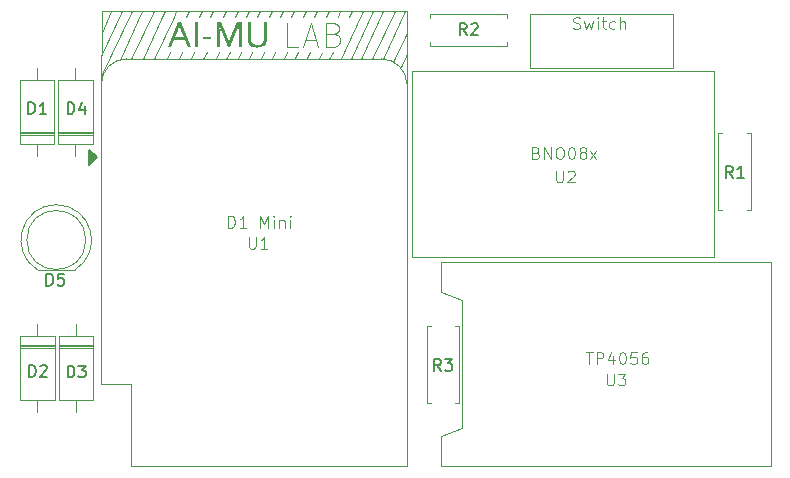
<source format=gbr>
%TF.GenerationSoftware,KiCad,Pcbnew,9.0.2*%
%TF.CreationDate,2025-07-07T21:27:42-04:00*%
%TF.ProjectId,CVISS_IMU_Tracker_Board,43564953-535f-4494-9d55-5f547261636b,rev?*%
%TF.SameCoordinates,Original*%
%TF.FileFunction,Legend,Top*%
%TF.FilePolarity,Positive*%
%FSLAX46Y46*%
G04 Gerber Fmt 4.6, Leading zero omitted, Abs format (unit mm)*
G04 Created by KiCad (PCBNEW 9.0.2) date 2025-07-07 21:27:42*
%MOMM*%
%LPD*%
G01*
G04 APERTURE LIST*
%ADD10C,0.100000*%
%ADD11C,0.375000*%
%ADD12C,0.150000*%
%ADD13C,0.120000*%
G04 APERTURE END LIST*
D10*
X135930000Y-88230000D02*
X136190000Y-87680000D01*
X151540000Y-88230000D02*
X153407050Y-84210000D01*
X136526208Y-84704999D02*
X136757630Y-84210001D01*
X140072500Y-88232500D02*
X140347618Y-87655000D01*
X150662500Y-88202500D02*
X150910000Y-87660000D01*
X131968277Y-88306777D02*
X133883605Y-84210000D01*
X146490000Y-84700000D02*
X146717073Y-84210000D01*
X130429803Y-84210000D02*
X130405000Y-91770000D01*
X148792500Y-88182500D02*
X149050000Y-87690000D01*
X130410000Y-89670000D02*
X132960000Y-84210000D01*
X141720000Y-84680000D02*
X141951347Y-84210000D01*
X134870000Y-88240000D02*
X136526208Y-84704999D01*
X154275383Y-88234632D02*
X156156981Y-84210000D01*
X144605558Y-84705000D02*
X144836981Y-84210000D01*
X152420000Y-88210000D02*
X154286998Y-84210000D01*
X137997548Y-88230000D02*
X138260000Y-87680000D01*
X143922500Y-88212500D02*
X144183143Y-87654999D01*
X139640000Y-84690000D02*
X139881171Y-84210000D01*
X149712500Y-88232500D02*
X149982493Y-87655000D01*
X148425558Y-84705000D02*
X148656981Y-84210000D01*
X147802500Y-88182500D02*
X148040000Y-87660000D01*
X155140000Y-88470000D02*
X156267500Y-86057500D01*
X145872500Y-88202500D02*
X146130000Y-87660000D01*
X138670000Y-84700000D02*
X138888545Y-84209999D01*
X140696857Y-84705000D02*
X140928280Y-84210000D01*
X147520000Y-84690000D02*
X147746866Y-84210000D01*
X130430000Y-84210000D02*
X156270000Y-84210000D01*
X142650000Y-84680000D02*
X142896190Y-84210000D01*
X146792500Y-88182500D02*
X147040000Y-87660000D01*
X156270000Y-90410000D02*
X156270000Y-84220000D01*
X153357548Y-88230000D02*
X155236981Y-84210000D01*
X145565558Y-84705000D02*
X145796981Y-84210000D01*
X137000000Y-88220000D02*
X137257719Y-87655000D01*
X150405558Y-84705000D02*
X150636981Y-84210000D01*
X130415000Y-87955000D02*
X132115486Y-84210000D01*
X137572330Y-84705000D02*
X137803032Y-84210000D01*
X139052500Y-88222500D02*
X139310000Y-87660000D01*
X130427500Y-86042500D02*
X131260673Y-84210001D01*
X150910000Y-87668631D02*
X152526981Y-84210000D01*
X142932500Y-88232500D02*
X143202493Y-87655000D01*
X155740000Y-88940000D02*
X156257500Y-87827500D01*
X132945024Y-88230000D02*
X134824457Y-84210000D01*
X135536208Y-84704999D02*
X135767630Y-84210000D01*
X151360000Y-84690000D02*
X151586866Y-84209999D01*
X144852500Y-88212500D02*
X145113143Y-87654999D01*
X141942500Y-88232500D02*
X142200000Y-87680000D01*
X149420000Y-84700000D02*
X149656634Y-84210000D01*
X143595558Y-84705000D02*
X143826981Y-84210000D01*
X133912500Y-88202500D02*
X135536208Y-84704999D01*
X141002500Y-88232500D02*
X141272493Y-87655000D01*
D11*
G36*
X137980816Y-87234000D02*
G01*
X137702745Y-87234000D01*
X137461189Y-86604830D01*
X136569117Y-86604830D01*
X136327561Y-87234000D01*
X136052720Y-87234000D01*
X136401471Y-86371138D01*
X136658717Y-86371138D01*
X137371589Y-86371138D01*
X137285359Y-86171714D01*
X137019647Y-85454348D01*
X137010659Y-85454348D01*
X136867917Y-85838843D01*
X136736661Y-86168203D01*
X136658717Y-86371138D01*
X136401471Y-86371138D01*
X136902801Y-85130775D01*
X137127505Y-85130775D01*
X137980816Y-87234000D01*
G37*
G36*
X138309445Y-87234000D02*
G01*
X138309445Y-85130775D01*
X138565607Y-85130775D01*
X138565607Y-87234000D01*
X138309445Y-87234000D01*
G37*
G36*
X139017120Y-86344174D02*
G01*
X139709909Y-86344174D01*
X139709909Y-86568877D01*
X139017120Y-86568877D01*
X139017120Y-86344174D01*
G37*
G36*
X141280445Y-87234000D02*
G01*
X141162757Y-87234000D01*
X140634142Y-85978048D01*
X140414494Y-85413761D01*
X140401995Y-85413761D01*
X140418679Y-85843211D01*
X140423904Y-86216936D01*
X140423904Y-87234000D01*
X140167742Y-87234000D01*
X140167742Y-85130775D01*
X140536536Y-85130775D01*
X141030884Y-86320721D01*
X141217669Y-86812681D01*
X141225533Y-86812681D01*
X141412318Y-86320721D01*
X141906666Y-85130775D01*
X142275460Y-85130775D01*
X142275460Y-87234000D01*
X142019298Y-87234000D01*
X142019298Y-86216936D01*
X142024507Y-85848993D01*
X142041347Y-85413761D01*
X142028708Y-85413761D01*
X141809060Y-85978048D01*
X141280445Y-87234000D01*
G37*
G36*
X143623681Y-87045249D02*
G01*
X143734713Y-87038206D01*
X143827178Y-87018565D01*
X143911402Y-86985717D01*
X143981802Y-86943149D01*
X144042357Y-86889437D01*
X144091766Y-86826022D01*
X144130485Y-86754473D01*
X144159458Y-86674348D01*
X144181366Y-86558766D01*
X144187686Y-86435319D01*
X144187686Y-85130775D01*
X144443848Y-85130775D01*
X144443848Y-86427174D01*
X144435983Y-86580955D01*
X144410845Y-86730102D01*
X144373284Y-86842416D01*
X144321244Y-86945115D01*
X144252864Y-87036912D01*
X144165637Y-87116171D01*
X144062471Y-87179408D01*
X143935457Y-87229225D01*
X143794771Y-87259090D01*
X143620591Y-87269952D01*
X143453559Y-87259942D01*
X143317241Y-87232314D01*
X143193783Y-87186318D01*
X143093381Y-87127968D01*
X143007867Y-87054516D01*
X142940161Y-86969411D01*
X142887328Y-86873851D01*
X142847471Y-86769285D01*
X142813625Y-86601319D01*
X142803513Y-86427174D01*
X142803513Y-85130775D01*
X143059675Y-85130775D01*
X143059675Y-86435319D01*
X143069787Y-86580815D01*
X143102088Y-86716760D01*
X143147447Y-86812119D01*
X143208128Y-86891599D01*
X143285081Y-86957193D01*
X143374599Y-87004184D01*
X143485721Y-87034344D01*
X143623681Y-87045249D01*
G37*
D10*
X141153884Y-102522419D02*
X141153884Y-101522419D01*
X141153884Y-101522419D02*
X141391979Y-101522419D01*
X141391979Y-101522419D02*
X141534836Y-101570038D01*
X141534836Y-101570038D02*
X141630074Y-101665276D01*
X141630074Y-101665276D02*
X141677693Y-101760514D01*
X141677693Y-101760514D02*
X141725312Y-101950990D01*
X141725312Y-101950990D02*
X141725312Y-102093847D01*
X141725312Y-102093847D02*
X141677693Y-102284323D01*
X141677693Y-102284323D02*
X141630074Y-102379561D01*
X141630074Y-102379561D02*
X141534836Y-102474800D01*
X141534836Y-102474800D02*
X141391979Y-102522419D01*
X141391979Y-102522419D02*
X141153884Y-102522419D01*
X142677693Y-102522419D02*
X142106265Y-102522419D01*
X142391979Y-102522419D02*
X142391979Y-101522419D01*
X142391979Y-101522419D02*
X142296741Y-101665276D01*
X142296741Y-101665276D02*
X142201503Y-101760514D01*
X142201503Y-101760514D02*
X142106265Y-101808133D01*
X143868170Y-102522419D02*
X143868170Y-101522419D01*
X143868170Y-101522419D02*
X144201503Y-102236704D01*
X144201503Y-102236704D02*
X144534836Y-101522419D01*
X144534836Y-101522419D02*
X144534836Y-102522419D01*
X145011027Y-102522419D02*
X145011027Y-101855752D01*
X145011027Y-101522419D02*
X144963408Y-101570038D01*
X144963408Y-101570038D02*
X145011027Y-101617657D01*
X145011027Y-101617657D02*
X145058646Y-101570038D01*
X145058646Y-101570038D02*
X145011027Y-101522419D01*
X145011027Y-101522419D02*
X145011027Y-101617657D01*
X145487217Y-101855752D02*
X145487217Y-102522419D01*
X145487217Y-101950990D02*
X145534836Y-101903371D01*
X145534836Y-101903371D02*
X145630074Y-101855752D01*
X145630074Y-101855752D02*
X145772931Y-101855752D01*
X145772931Y-101855752D02*
X145868169Y-101903371D01*
X145868169Y-101903371D02*
X145915788Y-101998609D01*
X145915788Y-101998609D02*
X145915788Y-102522419D01*
X146391979Y-102522419D02*
X146391979Y-101855752D01*
X146391979Y-101522419D02*
X146344360Y-101570038D01*
X146344360Y-101570038D02*
X146391979Y-101617657D01*
X146391979Y-101617657D02*
X146439598Y-101570038D01*
X146439598Y-101570038D02*
X146391979Y-101522419D01*
X146391979Y-101522419D02*
X146391979Y-101617657D01*
X142898095Y-103287419D02*
X142898095Y-104096942D01*
X142898095Y-104096942D02*
X142945714Y-104192180D01*
X142945714Y-104192180D02*
X142993333Y-104239800D01*
X142993333Y-104239800D02*
X143088571Y-104287419D01*
X143088571Y-104287419D02*
X143279047Y-104287419D01*
X143279047Y-104287419D02*
X143374285Y-104239800D01*
X143374285Y-104239800D02*
X143421904Y-104192180D01*
X143421904Y-104192180D02*
X143469523Y-104096942D01*
X143469523Y-104096942D02*
X143469523Y-103287419D01*
X144469523Y-104287419D02*
X143898095Y-104287419D01*
X144183809Y-104287419D02*
X144183809Y-103287419D01*
X144183809Y-103287419D02*
X144088571Y-103430276D01*
X144088571Y-103430276D02*
X143993333Y-103525514D01*
X143993333Y-103525514D02*
X143898095Y-103573133D01*
X147069360Y-87185038D02*
X146116979Y-87185038D01*
X146116979Y-87185038D02*
X146116979Y-85185038D01*
X147640789Y-86613609D02*
X148593170Y-86613609D01*
X147450313Y-87185038D02*
X148116979Y-85185038D01*
X148116979Y-85185038D02*
X148783646Y-87185038D01*
X150116980Y-86137419D02*
X150402694Y-86232657D01*
X150402694Y-86232657D02*
X150497932Y-86327895D01*
X150497932Y-86327895D02*
X150593170Y-86518371D01*
X150593170Y-86518371D02*
X150593170Y-86804085D01*
X150593170Y-86804085D02*
X150497932Y-86994561D01*
X150497932Y-86994561D02*
X150402694Y-87089800D01*
X150402694Y-87089800D02*
X150212218Y-87185038D01*
X150212218Y-87185038D02*
X149450313Y-87185038D01*
X149450313Y-87185038D02*
X149450313Y-85185038D01*
X149450313Y-85185038D02*
X150116980Y-85185038D01*
X150116980Y-85185038D02*
X150307456Y-85280276D01*
X150307456Y-85280276D02*
X150402694Y-85375514D01*
X150402694Y-85375514D02*
X150497932Y-85565990D01*
X150497932Y-85565990D02*
X150497932Y-85756466D01*
X150497932Y-85756466D02*
X150402694Y-85946942D01*
X150402694Y-85946942D02*
X150307456Y-86042180D01*
X150307456Y-86042180D02*
X150116980Y-86137419D01*
X150116980Y-86137419D02*
X149450313Y-86137419D01*
D12*
X127541905Y-115204819D02*
X127541905Y-114204819D01*
X127541905Y-114204819D02*
X127780000Y-114204819D01*
X127780000Y-114204819D02*
X127922857Y-114252438D01*
X127922857Y-114252438D02*
X128018095Y-114347676D01*
X128018095Y-114347676D02*
X128065714Y-114442914D01*
X128065714Y-114442914D02*
X128113333Y-114633390D01*
X128113333Y-114633390D02*
X128113333Y-114776247D01*
X128113333Y-114776247D02*
X128065714Y-114966723D01*
X128065714Y-114966723D02*
X128018095Y-115061961D01*
X128018095Y-115061961D02*
X127922857Y-115157200D01*
X127922857Y-115157200D02*
X127780000Y-115204819D01*
X127780000Y-115204819D02*
X127541905Y-115204819D01*
X128446667Y-114204819D02*
X129065714Y-114204819D01*
X129065714Y-114204819D02*
X128732381Y-114585771D01*
X128732381Y-114585771D02*
X128875238Y-114585771D01*
X128875238Y-114585771D02*
X128970476Y-114633390D01*
X128970476Y-114633390D02*
X129018095Y-114681009D01*
X129018095Y-114681009D02*
X129065714Y-114776247D01*
X129065714Y-114776247D02*
X129065714Y-115014342D01*
X129065714Y-115014342D02*
X129018095Y-115109580D01*
X129018095Y-115109580D02*
X128970476Y-115157200D01*
X128970476Y-115157200D02*
X128875238Y-115204819D01*
X128875238Y-115204819D02*
X128589524Y-115204819D01*
X128589524Y-115204819D02*
X128494286Y-115157200D01*
X128494286Y-115157200D02*
X128446667Y-115109580D01*
X161333333Y-86214819D02*
X161000000Y-85738628D01*
X160761905Y-86214819D02*
X160761905Y-85214819D01*
X160761905Y-85214819D02*
X161142857Y-85214819D01*
X161142857Y-85214819D02*
X161238095Y-85262438D01*
X161238095Y-85262438D02*
X161285714Y-85310057D01*
X161285714Y-85310057D02*
X161333333Y-85405295D01*
X161333333Y-85405295D02*
X161333333Y-85548152D01*
X161333333Y-85548152D02*
X161285714Y-85643390D01*
X161285714Y-85643390D02*
X161238095Y-85691009D01*
X161238095Y-85691009D02*
X161142857Y-85738628D01*
X161142857Y-85738628D02*
X160761905Y-85738628D01*
X161714286Y-85310057D02*
X161761905Y-85262438D01*
X161761905Y-85262438D02*
X161857143Y-85214819D01*
X161857143Y-85214819D02*
X162095238Y-85214819D01*
X162095238Y-85214819D02*
X162190476Y-85262438D01*
X162190476Y-85262438D02*
X162238095Y-85310057D01*
X162238095Y-85310057D02*
X162285714Y-85405295D01*
X162285714Y-85405295D02*
X162285714Y-85500533D01*
X162285714Y-85500533D02*
X162238095Y-85643390D01*
X162238095Y-85643390D02*
X161666667Y-86214819D01*
X161666667Y-86214819D02*
X162285714Y-86214819D01*
D10*
X173213095Y-114882419D02*
X173213095Y-115691942D01*
X173213095Y-115691942D02*
X173260714Y-115787180D01*
X173260714Y-115787180D02*
X173308333Y-115834800D01*
X173308333Y-115834800D02*
X173403571Y-115882419D01*
X173403571Y-115882419D02*
X173594047Y-115882419D01*
X173594047Y-115882419D02*
X173689285Y-115834800D01*
X173689285Y-115834800D02*
X173736904Y-115787180D01*
X173736904Y-115787180D02*
X173784523Y-115691942D01*
X173784523Y-115691942D02*
X173784523Y-114882419D01*
X174165476Y-114882419D02*
X174784523Y-114882419D01*
X174784523Y-114882419D02*
X174451190Y-115263371D01*
X174451190Y-115263371D02*
X174594047Y-115263371D01*
X174594047Y-115263371D02*
X174689285Y-115310990D01*
X174689285Y-115310990D02*
X174736904Y-115358609D01*
X174736904Y-115358609D02*
X174784523Y-115453847D01*
X174784523Y-115453847D02*
X174784523Y-115691942D01*
X174784523Y-115691942D02*
X174736904Y-115787180D01*
X174736904Y-115787180D02*
X174689285Y-115834800D01*
X174689285Y-115834800D02*
X174594047Y-115882419D01*
X174594047Y-115882419D02*
X174308333Y-115882419D01*
X174308333Y-115882419D02*
X174213095Y-115834800D01*
X174213095Y-115834800D02*
X174165476Y-115787180D01*
X171431027Y-113062419D02*
X172002455Y-113062419D01*
X171716741Y-114062419D02*
X171716741Y-113062419D01*
X172335789Y-114062419D02*
X172335789Y-113062419D01*
X172335789Y-113062419D02*
X172716741Y-113062419D01*
X172716741Y-113062419D02*
X172811979Y-113110038D01*
X172811979Y-113110038D02*
X172859598Y-113157657D01*
X172859598Y-113157657D02*
X172907217Y-113252895D01*
X172907217Y-113252895D02*
X172907217Y-113395752D01*
X172907217Y-113395752D02*
X172859598Y-113490990D01*
X172859598Y-113490990D02*
X172811979Y-113538609D01*
X172811979Y-113538609D02*
X172716741Y-113586228D01*
X172716741Y-113586228D02*
X172335789Y-113586228D01*
X173764360Y-113395752D02*
X173764360Y-114062419D01*
X173526265Y-113014800D02*
X173288170Y-113729085D01*
X173288170Y-113729085D02*
X173907217Y-113729085D01*
X174478646Y-113062419D02*
X174573884Y-113062419D01*
X174573884Y-113062419D02*
X174669122Y-113110038D01*
X174669122Y-113110038D02*
X174716741Y-113157657D01*
X174716741Y-113157657D02*
X174764360Y-113252895D01*
X174764360Y-113252895D02*
X174811979Y-113443371D01*
X174811979Y-113443371D02*
X174811979Y-113681466D01*
X174811979Y-113681466D02*
X174764360Y-113871942D01*
X174764360Y-113871942D02*
X174716741Y-113967180D01*
X174716741Y-113967180D02*
X174669122Y-114014800D01*
X174669122Y-114014800D02*
X174573884Y-114062419D01*
X174573884Y-114062419D02*
X174478646Y-114062419D01*
X174478646Y-114062419D02*
X174383408Y-114014800D01*
X174383408Y-114014800D02*
X174335789Y-113967180D01*
X174335789Y-113967180D02*
X174288170Y-113871942D01*
X174288170Y-113871942D02*
X174240551Y-113681466D01*
X174240551Y-113681466D02*
X174240551Y-113443371D01*
X174240551Y-113443371D02*
X174288170Y-113252895D01*
X174288170Y-113252895D02*
X174335789Y-113157657D01*
X174335789Y-113157657D02*
X174383408Y-113110038D01*
X174383408Y-113110038D02*
X174478646Y-113062419D01*
X175716741Y-113062419D02*
X175240551Y-113062419D01*
X175240551Y-113062419D02*
X175192932Y-113538609D01*
X175192932Y-113538609D02*
X175240551Y-113490990D01*
X175240551Y-113490990D02*
X175335789Y-113443371D01*
X175335789Y-113443371D02*
X175573884Y-113443371D01*
X175573884Y-113443371D02*
X175669122Y-113490990D01*
X175669122Y-113490990D02*
X175716741Y-113538609D01*
X175716741Y-113538609D02*
X175764360Y-113633847D01*
X175764360Y-113633847D02*
X175764360Y-113871942D01*
X175764360Y-113871942D02*
X175716741Y-113967180D01*
X175716741Y-113967180D02*
X175669122Y-114014800D01*
X175669122Y-114014800D02*
X175573884Y-114062419D01*
X175573884Y-114062419D02*
X175335789Y-114062419D01*
X175335789Y-114062419D02*
X175240551Y-114014800D01*
X175240551Y-114014800D02*
X175192932Y-113967180D01*
X176621503Y-113062419D02*
X176431027Y-113062419D01*
X176431027Y-113062419D02*
X176335789Y-113110038D01*
X176335789Y-113110038D02*
X176288170Y-113157657D01*
X176288170Y-113157657D02*
X176192932Y-113300514D01*
X176192932Y-113300514D02*
X176145313Y-113490990D01*
X176145313Y-113490990D02*
X176145313Y-113871942D01*
X176145313Y-113871942D02*
X176192932Y-113967180D01*
X176192932Y-113967180D02*
X176240551Y-114014800D01*
X176240551Y-114014800D02*
X176335789Y-114062419D01*
X176335789Y-114062419D02*
X176526265Y-114062419D01*
X176526265Y-114062419D02*
X176621503Y-114014800D01*
X176621503Y-114014800D02*
X176669122Y-113967180D01*
X176669122Y-113967180D02*
X176716741Y-113871942D01*
X176716741Y-113871942D02*
X176716741Y-113633847D01*
X176716741Y-113633847D02*
X176669122Y-113538609D01*
X176669122Y-113538609D02*
X176621503Y-113490990D01*
X176621503Y-113490990D02*
X176526265Y-113443371D01*
X176526265Y-113443371D02*
X176335789Y-113443371D01*
X176335789Y-113443371D02*
X176240551Y-113490990D01*
X176240551Y-113490990D02*
X176192932Y-113538609D01*
X176192932Y-113538609D02*
X176145313Y-113633847D01*
X168908095Y-97687419D02*
X168908095Y-98496942D01*
X168908095Y-98496942D02*
X168955714Y-98592180D01*
X168955714Y-98592180D02*
X169003333Y-98639800D01*
X169003333Y-98639800D02*
X169098571Y-98687419D01*
X169098571Y-98687419D02*
X169289047Y-98687419D01*
X169289047Y-98687419D02*
X169384285Y-98639800D01*
X169384285Y-98639800D02*
X169431904Y-98592180D01*
X169431904Y-98592180D02*
X169479523Y-98496942D01*
X169479523Y-98496942D02*
X169479523Y-97687419D01*
X169908095Y-97782657D02*
X169955714Y-97735038D01*
X169955714Y-97735038D02*
X170050952Y-97687419D01*
X170050952Y-97687419D02*
X170289047Y-97687419D01*
X170289047Y-97687419D02*
X170384285Y-97735038D01*
X170384285Y-97735038D02*
X170431904Y-97782657D01*
X170431904Y-97782657D02*
X170479523Y-97877895D01*
X170479523Y-97877895D02*
X170479523Y-97973133D01*
X170479523Y-97973133D02*
X170431904Y-98115990D01*
X170431904Y-98115990D02*
X169860476Y-98687419D01*
X169860476Y-98687419D02*
X170479523Y-98687419D01*
X167227217Y-96168609D02*
X167370074Y-96216228D01*
X167370074Y-96216228D02*
X167417693Y-96263847D01*
X167417693Y-96263847D02*
X167465312Y-96359085D01*
X167465312Y-96359085D02*
X167465312Y-96501942D01*
X167465312Y-96501942D02*
X167417693Y-96597180D01*
X167417693Y-96597180D02*
X167370074Y-96644800D01*
X167370074Y-96644800D02*
X167274836Y-96692419D01*
X167274836Y-96692419D02*
X166893884Y-96692419D01*
X166893884Y-96692419D02*
X166893884Y-95692419D01*
X166893884Y-95692419D02*
X167227217Y-95692419D01*
X167227217Y-95692419D02*
X167322455Y-95740038D01*
X167322455Y-95740038D02*
X167370074Y-95787657D01*
X167370074Y-95787657D02*
X167417693Y-95882895D01*
X167417693Y-95882895D02*
X167417693Y-95978133D01*
X167417693Y-95978133D02*
X167370074Y-96073371D01*
X167370074Y-96073371D02*
X167322455Y-96120990D01*
X167322455Y-96120990D02*
X167227217Y-96168609D01*
X167227217Y-96168609D02*
X166893884Y-96168609D01*
X167893884Y-96692419D02*
X167893884Y-95692419D01*
X167893884Y-95692419D02*
X168465312Y-96692419D01*
X168465312Y-96692419D02*
X168465312Y-95692419D01*
X169131979Y-95692419D02*
X169322455Y-95692419D01*
X169322455Y-95692419D02*
X169417693Y-95740038D01*
X169417693Y-95740038D02*
X169512931Y-95835276D01*
X169512931Y-95835276D02*
X169560550Y-96025752D01*
X169560550Y-96025752D02*
X169560550Y-96359085D01*
X169560550Y-96359085D02*
X169512931Y-96549561D01*
X169512931Y-96549561D02*
X169417693Y-96644800D01*
X169417693Y-96644800D02*
X169322455Y-96692419D01*
X169322455Y-96692419D02*
X169131979Y-96692419D01*
X169131979Y-96692419D02*
X169036741Y-96644800D01*
X169036741Y-96644800D02*
X168941503Y-96549561D01*
X168941503Y-96549561D02*
X168893884Y-96359085D01*
X168893884Y-96359085D02*
X168893884Y-96025752D01*
X168893884Y-96025752D02*
X168941503Y-95835276D01*
X168941503Y-95835276D02*
X169036741Y-95740038D01*
X169036741Y-95740038D02*
X169131979Y-95692419D01*
X170179598Y-95692419D02*
X170274836Y-95692419D01*
X170274836Y-95692419D02*
X170370074Y-95740038D01*
X170370074Y-95740038D02*
X170417693Y-95787657D01*
X170417693Y-95787657D02*
X170465312Y-95882895D01*
X170465312Y-95882895D02*
X170512931Y-96073371D01*
X170512931Y-96073371D02*
X170512931Y-96311466D01*
X170512931Y-96311466D02*
X170465312Y-96501942D01*
X170465312Y-96501942D02*
X170417693Y-96597180D01*
X170417693Y-96597180D02*
X170370074Y-96644800D01*
X170370074Y-96644800D02*
X170274836Y-96692419D01*
X170274836Y-96692419D02*
X170179598Y-96692419D01*
X170179598Y-96692419D02*
X170084360Y-96644800D01*
X170084360Y-96644800D02*
X170036741Y-96597180D01*
X170036741Y-96597180D02*
X169989122Y-96501942D01*
X169989122Y-96501942D02*
X169941503Y-96311466D01*
X169941503Y-96311466D02*
X169941503Y-96073371D01*
X169941503Y-96073371D02*
X169989122Y-95882895D01*
X169989122Y-95882895D02*
X170036741Y-95787657D01*
X170036741Y-95787657D02*
X170084360Y-95740038D01*
X170084360Y-95740038D02*
X170179598Y-95692419D01*
X171084360Y-96120990D02*
X170989122Y-96073371D01*
X170989122Y-96073371D02*
X170941503Y-96025752D01*
X170941503Y-96025752D02*
X170893884Y-95930514D01*
X170893884Y-95930514D02*
X170893884Y-95882895D01*
X170893884Y-95882895D02*
X170941503Y-95787657D01*
X170941503Y-95787657D02*
X170989122Y-95740038D01*
X170989122Y-95740038D02*
X171084360Y-95692419D01*
X171084360Y-95692419D02*
X171274836Y-95692419D01*
X171274836Y-95692419D02*
X171370074Y-95740038D01*
X171370074Y-95740038D02*
X171417693Y-95787657D01*
X171417693Y-95787657D02*
X171465312Y-95882895D01*
X171465312Y-95882895D02*
X171465312Y-95930514D01*
X171465312Y-95930514D02*
X171417693Y-96025752D01*
X171417693Y-96025752D02*
X171370074Y-96073371D01*
X171370074Y-96073371D02*
X171274836Y-96120990D01*
X171274836Y-96120990D02*
X171084360Y-96120990D01*
X171084360Y-96120990D02*
X170989122Y-96168609D01*
X170989122Y-96168609D02*
X170941503Y-96216228D01*
X170941503Y-96216228D02*
X170893884Y-96311466D01*
X170893884Y-96311466D02*
X170893884Y-96501942D01*
X170893884Y-96501942D02*
X170941503Y-96597180D01*
X170941503Y-96597180D02*
X170989122Y-96644800D01*
X170989122Y-96644800D02*
X171084360Y-96692419D01*
X171084360Y-96692419D02*
X171274836Y-96692419D01*
X171274836Y-96692419D02*
X171370074Y-96644800D01*
X171370074Y-96644800D02*
X171417693Y-96597180D01*
X171417693Y-96597180D02*
X171465312Y-96501942D01*
X171465312Y-96501942D02*
X171465312Y-96311466D01*
X171465312Y-96311466D02*
X171417693Y-96216228D01*
X171417693Y-96216228D02*
X171370074Y-96168609D01*
X171370074Y-96168609D02*
X171274836Y-96120990D01*
X171798646Y-96692419D02*
X172322455Y-96025752D01*
X171798646Y-96025752D02*
X172322455Y-96692419D01*
D12*
X125751905Y-107424819D02*
X125751905Y-106424819D01*
X125751905Y-106424819D02*
X125990000Y-106424819D01*
X125990000Y-106424819D02*
X126132857Y-106472438D01*
X126132857Y-106472438D02*
X126228095Y-106567676D01*
X126228095Y-106567676D02*
X126275714Y-106662914D01*
X126275714Y-106662914D02*
X126323333Y-106853390D01*
X126323333Y-106853390D02*
X126323333Y-106996247D01*
X126323333Y-106996247D02*
X126275714Y-107186723D01*
X126275714Y-107186723D02*
X126228095Y-107281961D01*
X126228095Y-107281961D02*
X126132857Y-107377200D01*
X126132857Y-107377200D02*
X125990000Y-107424819D01*
X125990000Y-107424819D02*
X125751905Y-107424819D01*
X127228095Y-106424819D02*
X126751905Y-106424819D01*
X126751905Y-106424819D02*
X126704286Y-106901009D01*
X126704286Y-106901009D02*
X126751905Y-106853390D01*
X126751905Y-106853390D02*
X126847143Y-106805771D01*
X126847143Y-106805771D02*
X127085238Y-106805771D01*
X127085238Y-106805771D02*
X127180476Y-106853390D01*
X127180476Y-106853390D02*
X127228095Y-106901009D01*
X127228095Y-106901009D02*
X127275714Y-106996247D01*
X127275714Y-106996247D02*
X127275714Y-107234342D01*
X127275714Y-107234342D02*
X127228095Y-107329580D01*
X127228095Y-107329580D02*
X127180476Y-107377200D01*
X127180476Y-107377200D02*
X127085238Y-107424819D01*
X127085238Y-107424819D02*
X126847143Y-107424819D01*
X126847143Y-107424819D02*
X126751905Y-107377200D01*
X126751905Y-107377200D02*
X126704286Y-107329580D01*
X124231905Y-92894819D02*
X124231905Y-91894819D01*
X124231905Y-91894819D02*
X124470000Y-91894819D01*
X124470000Y-91894819D02*
X124612857Y-91942438D01*
X124612857Y-91942438D02*
X124708095Y-92037676D01*
X124708095Y-92037676D02*
X124755714Y-92132914D01*
X124755714Y-92132914D02*
X124803333Y-92323390D01*
X124803333Y-92323390D02*
X124803333Y-92466247D01*
X124803333Y-92466247D02*
X124755714Y-92656723D01*
X124755714Y-92656723D02*
X124708095Y-92751961D01*
X124708095Y-92751961D02*
X124612857Y-92847200D01*
X124612857Y-92847200D02*
X124470000Y-92894819D01*
X124470000Y-92894819D02*
X124231905Y-92894819D01*
X125755714Y-92894819D02*
X125184286Y-92894819D01*
X125470000Y-92894819D02*
X125470000Y-91894819D01*
X125470000Y-91894819D02*
X125374762Y-92037676D01*
X125374762Y-92037676D02*
X125279524Y-92132914D01*
X125279524Y-92132914D02*
X125184286Y-92180533D01*
X124281905Y-115144819D02*
X124281905Y-114144819D01*
X124281905Y-114144819D02*
X124520000Y-114144819D01*
X124520000Y-114144819D02*
X124662857Y-114192438D01*
X124662857Y-114192438D02*
X124758095Y-114287676D01*
X124758095Y-114287676D02*
X124805714Y-114382914D01*
X124805714Y-114382914D02*
X124853333Y-114573390D01*
X124853333Y-114573390D02*
X124853333Y-114716247D01*
X124853333Y-114716247D02*
X124805714Y-114906723D01*
X124805714Y-114906723D02*
X124758095Y-115001961D01*
X124758095Y-115001961D02*
X124662857Y-115097200D01*
X124662857Y-115097200D02*
X124520000Y-115144819D01*
X124520000Y-115144819D02*
X124281905Y-115144819D01*
X125234286Y-114240057D02*
X125281905Y-114192438D01*
X125281905Y-114192438D02*
X125377143Y-114144819D01*
X125377143Y-114144819D02*
X125615238Y-114144819D01*
X125615238Y-114144819D02*
X125710476Y-114192438D01*
X125710476Y-114192438D02*
X125758095Y-114240057D01*
X125758095Y-114240057D02*
X125805714Y-114335295D01*
X125805714Y-114335295D02*
X125805714Y-114430533D01*
X125805714Y-114430533D02*
X125758095Y-114573390D01*
X125758095Y-114573390D02*
X125186667Y-115144819D01*
X125186667Y-115144819D02*
X125805714Y-115144819D01*
X183863332Y-98294819D02*
X183529999Y-97818628D01*
X183291904Y-98294819D02*
X183291904Y-97294819D01*
X183291904Y-97294819D02*
X183672856Y-97294819D01*
X183672856Y-97294819D02*
X183768094Y-97342438D01*
X183768094Y-97342438D02*
X183815713Y-97390057D01*
X183815713Y-97390057D02*
X183863332Y-97485295D01*
X183863332Y-97485295D02*
X183863332Y-97628152D01*
X183863332Y-97628152D02*
X183815713Y-97723390D01*
X183815713Y-97723390D02*
X183768094Y-97771009D01*
X183768094Y-97771009D02*
X183672856Y-97818628D01*
X183672856Y-97818628D02*
X183291904Y-97818628D01*
X184815713Y-98294819D02*
X184244285Y-98294819D01*
X184529999Y-98294819D02*
X184529999Y-97294819D01*
X184529999Y-97294819D02*
X184434761Y-97437676D01*
X184434761Y-97437676D02*
X184339523Y-97532914D01*
X184339523Y-97532914D02*
X184244285Y-97580533D01*
X159153333Y-114634819D02*
X158820000Y-114158628D01*
X158581905Y-114634819D02*
X158581905Y-113634819D01*
X158581905Y-113634819D02*
X158962857Y-113634819D01*
X158962857Y-113634819D02*
X159058095Y-113682438D01*
X159058095Y-113682438D02*
X159105714Y-113730057D01*
X159105714Y-113730057D02*
X159153333Y-113825295D01*
X159153333Y-113825295D02*
X159153333Y-113968152D01*
X159153333Y-113968152D02*
X159105714Y-114063390D01*
X159105714Y-114063390D02*
X159058095Y-114111009D01*
X159058095Y-114111009D02*
X158962857Y-114158628D01*
X158962857Y-114158628D02*
X158581905Y-114158628D01*
X159486667Y-113634819D02*
X160105714Y-113634819D01*
X160105714Y-113634819D02*
X159772381Y-114015771D01*
X159772381Y-114015771D02*
X159915238Y-114015771D01*
X159915238Y-114015771D02*
X160010476Y-114063390D01*
X160010476Y-114063390D02*
X160058095Y-114111009D01*
X160058095Y-114111009D02*
X160105714Y-114206247D01*
X160105714Y-114206247D02*
X160105714Y-114444342D01*
X160105714Y-114444342D02*
X160058095Y-114539580D01*
X160058095Y-114539580D02*
X160010476Y-114587200D01*
X160010476Y-114587200D02*
X159915238Y-114634819D01*
X159915238Y-114634819D02*
X159629524Y-114634819D01*
X159629524Y-114634819D02*
X159534286Y-114587200D01*
X159534286Y-114587200D02*
X159486667Y-114539580D01*
X127561905Y-92904819D02*
X127561905Y-91904819D01*
X127561905Y-91904819D02*
X127800000Y-91904819D01*
X127800000Y-91904819D02*
X127942857Y-91952438D01*
X127942857Y-91952438D02*
X128038095Y-92047676D01*
X128038095Y-92047676D02*
X128085714Y-92142914D01*
X128085714Y-92142914D02*
X128133333Y-92333390D01*
X128133333Y-92333390D02*
X128133333Y-92476247D01*
X128133333Y-92476247D02*
X128085714Y-92666723D01*
X128085714Y-92666723D02*
X128038095Y-92761961D01*
X128038095Y-92761961D02*
X127942857Y-92857200D01*
X127942857Y-92857200D02*
X127800000Y-92904819D01*
X127800000Y-92904819D02*
X127561905Y-92904819D01*
X128990476Y-92238152D02*
X128990476Y-92904819D01*
X128752381Y-91857200D02*
X128514286Y-92571485D01*
X128514286Y-92571485D02*
X129133333Y-92571485D01*
D10*
X170376265Y-85654800D02*
X170519122Y-85702419D01*
X170519122Y-85702419D02*
X170757217Y-85702419D01*
X170757217Y-85702419D02*
X170852455Y-85654800D01*
X170852455Y-85654800D02*
X170900074Y-85607180D01*
X170900074Y-85607180D02*
X170947693Y-85511942D01*
X170947693Y-85511942D02*
X170947693Y-85416704D01*
X170947693Y-85416704D02*
X170900074Y-85321466D01*
X170900074Y-85321466D02*
X170852455Y-85273847D01*
X170852455Y-85273847D02*
X170757217Y-85226228D01*
X170757217Y-85226228D02*
X170566741Y-85178609D01*
X170566741Y-85178609D02*
X170471503Y-85130990D01*
X170471503Y-85130990D02*
X170423884Y-85083371D01*
X170423884Y-85083371D02*
X170376265Y-84988133D01*
X170376265Y-84988133D02*
X170376265Y-84892895D01*
X170376265Y-84892895D02*
X170423884Y-84797657D01*
X170423884Y-84797657D02*
X170471503Y-84750038D01*
X170471503Y-84750038D02*
X170566741Y-84702419D01*
X170566741Y-84702419D02*
X170804836Y-84702419D01*
X170804836Y-84702419D02*
X170947693Y-84750038D01*
X171281027Y-85035752D02*
X171471503Y-85702419D01*
X171471503Y-85702419D02*
X171661979Y-85226228D01*
X171661979Y-85226228D02*
X171852455Y-85702419D01*
X171852455Y-85702419D02*
X172042931Y-85035752D01*
X172423884Y-85702419D02*
X172423884Y-85035752D01*
X172423884Y-84702419D02*
X172376265Y-84750038D01*
X172376265Y-84750038D02*
X172423884Y-84797657D01*
X172423884Y-84797657D02*
X172471503Y-84750038D01*
X172471503Y-84750038D02*
X172423884Y-84702419D01*
X172423884Y-84702419D02*
X172423884Y-84797657D01*
X172757217Y-85035752D02*
X173138169Y-85035752D01*
X172900074Y-84702419D02*
X172900074Y-85559561D01*
X172900074Y-85559561D02*
X172947693Y-85654800D01*
X172947693Y-85654800D02*
X173042931Y-85702419D01*
X173042931Y-85702419D02*
X173138169Y-85702419D01*
X173900074Y-85654800D02*
X173804836Y-85702419D01*
X173804836Y-85702419D02*
X173614360Y-85702419D01*
X173614360Y-85702419D02*
X173519122Y-85654800D01*
X173519122Y-85654800D02*
X173471503Y-85607180D01*
X173471503Y-85607180D02*
X173423884Y-85511942D01*
X173423884Y-85511942D02*
X173423884Y-85226228D01*
X173423884Y-85226228D02*
X173471503Y-85130990D01*
X173471503Y-85130990D02*
X173519122Y-85083371D01*
X173519122Y-85083371D02*
X173614360Y-85035752D01*
X173614360Y-85035752D02*
X173804836Y-85035752D01*
X173804836Y-85035752D02*
X173900074Y-85083371D01*
X174328646Y-85702419D02*
X174328646Y-84702419D01*
X174757217Y-85702419D02*
X174757217Y-85178609D01*
X174757217Y-85178609D02*
X174709598Y-85083371D01*
X174709598Y-85083371D02*
X174614360Y-85035752D01*
X174614360Y-85035752D02*
X174471503Y-85035752D01*
X174471503Y-85035752D02*
X174376265Y-85083371D01*
X174376265Y-85083371D02*
X174328646Y-85130990D01*
D13*
%TO.C,D3*%
X128250000Y-110660000D02*
X128250000Y-111680000D01*
X128250000Y-118140000D02*
X128250000Y-117120000D01*
X129720000Y-112460000D02*
X126780000Y-112460000D01*
X129720000Y-112580000D02*
X126780000Y-112580000D01*
X129720000Y-112700000D02*
X126780000Y-112700000D01*
X129720000Y-111680000D02*
X126780000Y-111680000D01*
X126780000Y-117120000D01*
X129720000Y-117120000D01*
X129720000Y-111680000D01*
%TO.C,R2*%
X158230000Y-84420000D02*
X158230000Y-84750000D01*
X158230000Y-87160000D02*
X158230000Y-86830000D01*
X164770000Y-84420000D02*
X158230000Y-84420000D01*
X164770000Y-84750000D02*
X164770000Y-84420000D01*
X164770000Y-86830000D02*
X164770000Y-87160000D01*
X164770000Y-87160000D02*
X158230000Y-87160000D01*
D10*
%TO.C,U3*%
X159150000Y-105430000D02*
X159150000Y-107930000D01*
X159150000Y-105430000D02*
X187100000Y-105430000D01*
X159150000Y-107930000D02*
X160930000Y-108630000D01*
X159150000Y-120200000D02*
X159150000Y-122700000D01*
X159150000Y-122700000D02*
X187100000Y-122700000D01*
X160930000Y-108630000D02*
X160930000Y-119500000D01*
X160930000Y-119500000D02*
X159150000Y-120200000D01*
X187100000Y-105430000D02*
X187100000Y-122700000D01*
D13*
%TO.C,U1*%
X130405000Y-115790000D02*
X130405000Y-90360000D01*
X130405000Y-115790000D02*
X132945000Y-115790000D01*
X132945000Y-115790000D02*
X132945000Y-122690000D01*
X132945000Y-122690000D02*
X156265000Y-122690000D01*
X154145000Y-88230000D02*
X132535000Y-88230000D01*
X156265000Y-122690000D02*
X156265000Y-90360000D01*
X130405000Y-90360000D02*
G75*
G02*
X132535000Y-88230000I2130002J-2D01*
G01*
X154135000Y-88230000D02*
G75*
G02*
X156265000Y-90360000I0J-2130000D01*
G01*
D12*
X130000000Y-96570000D02*
X129365000Y-97205000D01*
X129365000Y-95935000D01*
X130000000Y-96570000D01*
G36*
X130000000Y-96570000D02*
G01*
X129365000Y-97205000D01*
X129365000Y-95935000D01*
X130000000Y-96570000D01*
G37*
%TO.C,U2*%
D10*
X156720000Y-104990000D02*
X182320000Y-104990000D01*
X182320000Y-89290000D01*
X156720000Y-89290000D01*
X156720000Y-104990000D01*
D13*
%TO.C,D5*%
X125045000Y-106125000D02*
X128135000Y-106125000D01*
X125045170Y-106125000D02*
G75*
G02*
X126590000Y-100575000I1544830J2560000D01*
G01*
X126590000Y-100575000D02*
G75*
G02*
X128134830Y-106125000I0J-2990000D01*
G01*
X129090000Y-103565000D02*
G75*
G02*
X124090000Y-103565000I-2500000J0D01*
G01*
X124090000Y-103565000D02*
G75*
G02*
X129090000Y-103565000I2500000J0D01*
G01*
%TO.C,D1*%
X123480000Y-94410000D02*
X126420000Y-94410000D01*
X123480000Y-94530000D02*
X126420000Y-94530000D01*
X123480000Y-94650000D02*
X126420000Y-94650000D01*
X124950000Y-88970000D02*
X124950000Y-89990000D01*
X124950000Y-96450000D02*
X124950000Y-95430000D01*
X123480000Y-95430000D02*
X126420000Y-95430000D01*
X126420000Y-89990000D01*
X123480000Y-89990000D01*
X123480000Y-95430000D01*
%TO.C,D2*%
X125000000Y-110660000D02*
X125000000Y-111680000D01*
X125000000Y-118140000D02*
X125000000Y-117120000D01*
X126470000Y-112460000D02*
X123530000Y-112460000D01*
X126470000Y-112580000D02*
X123530000Y-112580000D01*
X126470000Y-112700000D02*
X123530000Y-112700000D01*
X126470000Y-111680000D02*
X123530000Y-111680000D01*
X123530000Y-117120000D01*
X126470000Y-117120000D01*
X126470000Y-111680000D01*
%TO.C,R1*%
X182640000Y-94510000D02*
X182970000Y-94510000D01*
X182640000Y-101050000D02*
X182640000Y-94510000D01*
X182970000Y-101050000D02*
X182640000Y-101050000D01*
X185050000Y-101050000D02*
X185380000Y-101050000D01*
X185380000Y-94510000D02*
X185050000Y-94510000D01*
X185380000Y-101050000D02*
X185380000Y-94510000D01*
%TO.C,R3*%
X157960000Y-110810000D02*
X158290000Y-110810000D01*
X157960000Y-117350000D02*
X157960000Y-110810000D01*
X158290000Y-117350000D02*
X157960000Y-117350000D01*
X160370000Y-117350000D02*
X160700000Y-117350000D01*
X160700000Y-110810000D02*
X160370000Y-110810000D01*
X160700000Y-117350000D02*
X160700000Y-110810000D01*
%TO.C,D4*%
X126730000Y-94410000D02*
X129670000Y-94410000D01*
X126730000Y-94530000D02*
X129670000Y-94530000D01*
X126730000Y-94650000D02*
X129670000Y-94650000D01*
X128200000Y-88970000D02*
X128200000Y-89990000D01*
X128200000Y-96450000D02*
X128200000Y-95430000D01*
X126730000Y-95430000D02*
X129670000Y-95430000D01*
X129670000Y-89990000D01*
X126730000Y-89990000D01*
X126730000Y-95430000D01*
%TO.C,SW1*%
D10*
X166700000Y-89040000D02*
X178810000Y-89040000D01*
X178810000Y-84410000D01*
X166700000Y-84410000D01*
X166700000Y-89040000D01*
%TD*%
M02*

</source>
